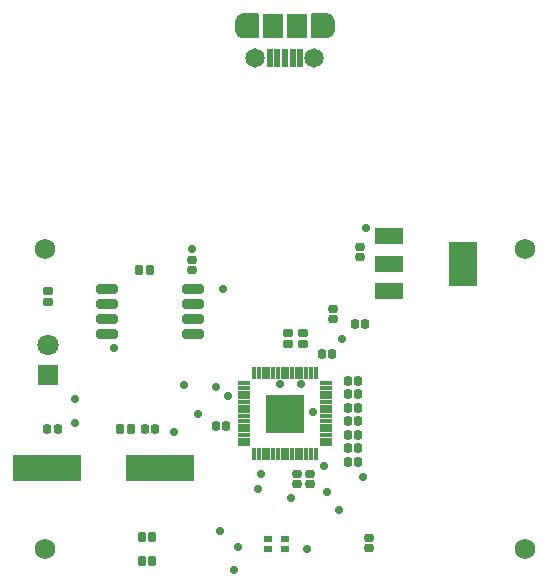
<source format=gts>
G04*
G04 #@! TF.GenerationSoftware,Altium Limited,Altium Designer,21.6.4 (81)*
G04*
G04 Layer_Color=8388736*
%FSLAX25Y25*%
%MOIN*%
G70*
G04*
G04 #@! TF.SameCoordinates,D5D1E9D7-E8D5-44D5-B98E-A1C15D945772*
G04*
G04*
G04 #@! TF.FilePolarity,Negative*
G04*
G01*
G75*
%ADD31C,0.02769*%
G04:AMPARAMS|DCode=32|XSize=27.29mil|YSize=31.62mil|CornerRadius=5.93mil|HoleSize=0mil|Usage=FLASHONLY|Rotation=90.000|XOffset=0mil|YOffset=0mil|HoleType=Round|Shape=RoundedRectangle|*
%AMROUNDEDRECTD32*
21,1,0.02729,0.01976,0,0,90.0*
21,1,0.01543,0.03162,0,0,90.0*
1,1,0.01186,0.00988,0.00772*
1,1,0.01186,0.00988,-0.00772*
1,1,0.01186,-0.00988,-0.00772*
1,1,0.01186,-0.00988,0.00772*
%
%ADD32ROUNDEDRECTD32*%
G04:AMPARAMS|DCode=33|XSize=31.62mil|YSize=29.26mil|CornerRadius=9.63mil|HoleSize=0mil|Usage=FLASHONLY|Rotation=180.000|XOffset=0mil|YOffset=0mil|HoleType=Round|Shape=RoundedRectangle|*
%AMROUNDEDRECTD33*
21,1,0.03162,0.00999,0,0,180.0*
21,1,0.01235,0.02926,0,0,180.0*
1,1,0.01927,-0.00618,0.00500*
1,1,0.01927,0.00618,0.00500*
1,1,0.01927,0.00618,-0.00500*
1,1,0.01927,-0.00618,-0.00500*
%
%ADD33ROUNDEDRECTD33*%
%ADD34R,0.09461X0.14973*%
%ADD35R,0.09599X0.05599*%
G04:AMPARAMS|DCode=36|XSize=27.29mil|YSize=31.62mil|CornerRadius=5.93mil|HoleSize=0mil|Usage=FLASHONLY|Rotation=0.000|XOffset=0mil|YOffset=0mil|HoleType=Round|Shape=RoundedRectangle|*
%AMROUNDEDRECTD36*
21,1,0.02729,0.01976,0,0,0.0*
21,1,0.01543,0.03162,0,0,0.0*
1,1,0.01186,0.00772,-0.00988*
1,1,0.01186,-0.00772,-0.00988*
1,1,0.01186,-0.00772,0.00988*
1,1,0.01186,0.00772,0.00988*
%
%ADD36ROUNDEDRECTD36*%
G04:AMPARAMS|DCode=37|XSize=31.62mil|YSize=29.26mil|CornerRadius=9.63mil|HoleSize=0mil|Usage=FLASHONLY|Rotation=270.000|XOffset=0mil|YOffset=0mil|HoleType=Round|Shape=RoundedRectangle|*
%AMROUNDEDRECTD37*
21,1,0.03162,0.00999,0,0,270.0*
21,1,0.01235,0.02926,0,0,270.0*
1,1,0.01927,-0.00500,-0.00618*
1,1,0.01927,-0.00500,0.00618*
1,1,0.01927,0.00500,0.00618*
1,1,0.01927,0.00500,-0.00618*
%
%ADD37ROUNDEDRECTD37*%
%ADD38R,0.06706X0.08280*%
%ADD39R,0.02375X0.06115*%
%ADD40R,0.13005X0.13005*%
G04:AMPARAMS|DCode=41|XSize=41.07mil|YSize=15.87mil|CornerRadius=4.98mil|HoleSize=0mil|Usage=FLASHONLY|Rotation=0.000|XOffset=0mil|YOffset=0mil|HoleType=Round|Shape=RoundedRectangle|*
%AMROUNDEDRECTD41*
21,1,0.04107,0.00591,0,0,0.0*
21,1,0.03110,0.01587,0,0,0.0*
1,1,0.00997,0.01555,-0.00295*
1,1,0.00997,-0.01555,-0.00295*
1,1,0.00997,-0.01555,0.00295*
1,1,0.00997,0.01555,0.00295*
%
%ADD41ROUNDEDRECTD41*%
G04:AMPARAMS|DCode=42|XSize=15.87mil|YSize=41.07mil|CornerRadius=4.98mil|HoleSize=0mil|Usage=FLASHONLY|Rotation=0.000|XOffset=0mil|YOffset=0mil|HoleType=Round|Shape=RoundedRectangle|*
%AMROUNDEDRECTD42*
21,1,0.01587,0.03110,0,0,0.0*
21,1,0.00591,0.04107,0,0,0.0*
1,1,0.00997,0.00295,-0.01555*
1,1,0.00997,-0.00295,-0.01555*
1,1,0.00997,-0.00295,0.01555*
1,1,0.00997,0.00295,0.01555*
%
%ADD42ROUNDEDRECTD42*%
%ADD43R,0.22847X0.09068*%
%ADD44R,0.02769X0.01981*%
G04:AMPARAMS|DCode=45|XSize=71.39mil|YSize=30.84mil|CornerRadius=6.85mil|HoleSize=0mil|Usage=FLASHONLY|Rotation=0.000|XOffset=0mil|YOffset=0mil|HoleType=Round|Shape=RoundedRectangle|*
%AMROUNDEDRECTD45*
21,1,0.07139,0.01713,0,0,0.0*
21,1,0.05768,0.03084,0,0,0.0*
1,1,0.01371,0.02884,-0.00856*
1,1,0.01371,-0.02884,-0.00856*
1,1,0.01371,-0.02884,0.00856*
1,1,0.01371,0.02884,0.00856*
%
%ADD45ROUNDEDRECTD45*%
%ADD46C,0.06509*%
%ADD47R,0.07099X0.07099*%
%ADD48C,0.07099*%
%ADD49C,0.06800*%
%ADD50C,0.02800*%
G36*
X90997Y198452D02*
X91049Y198442D01*
X91098Y198425D01*
X91145Y198402D01*
X91189Y198373D01*
X91228Y198339D01*
X91263Y198299D01*
X91292Y198256D01*
X91315Y198208D01*
X91332Y198159D01*
X91342Y198107D01*
X91346Y198055D01*
Y190575D01*
X91342Y190523D01*
X91332Y190471D01*
X91315Y190421D01*
X91292Y190374D01*
X91263Y190331D01*
X91228Y190291D01*
X91189Y190257D01*
X91145Y190228D01*
X91098Y190204D01*
X91049Y190188D01*
X90997Y190177D01*
X90945Y190174D01*
X85827D01*
X85774Y190177D01*
X85723Y190188D01*
X85673Y190204D01*
X85626Y190228D01*
X85583Y190257D01*
X85543Y190291D01*
X85509Y190331D01*
X85480Y190374D01*
X85456Y190421D01*
X85440Y190471D01*
X85429Y190523D01*
X85426Y190575D01*
Y192142D01*
X83858D01*
X83806Y192146D01*
X83755Y192156D01*
X83705Y192173D01*
X83682Y192184D01*
X83658Y192196D01*
X83614Y192225D01*
X83575Y192260D01*
Y192260D01*
X83575D01*
X83540Y192299D01*
X83511Y192343D01*
X83499Y192367D01*
X83488Y192390D01*
X83471Y192439D01*
X83461Y192491D01*
X83457Y192543D01*
X83457Y196087D01*
D01*
Y196087D01*
X83461Y196139D01*
X83471Y196190D01*
X83488Y196240D01*
X83499Y196263D01*
X83511Y196287D01*
X83540Y196331D01*
X83575Y196370D01*
X83575D01*
Y196370D01*
X83614Y196405D01*
X83658Y196434D01*
X83682Y196446D01*
X83705Y196457D01*
X83754Y196474D01*
X83806Y196484D01*
X83858Y196487D01*
D01*
X83858D01*
X85426D01*
Y198055D01*
X85429Y198107D01*
X85440Y198159D01*
X85456Y198208D01*
X85480Y198256D01*
X85509Y198299D01*
X85543Y198339D01*
X85583Y198373D01*
X85626Y198402D01*
X85673Y198425D01*
X85723Y198442D01*
X85774Y198452D01*
X85827Y198456D01*
X90945D01*
X90997Y198452D01*
D02*
G37*
G36*
X114225D02*
X114277Y198442D01*
X114327Y198425D01*
X114374Y198402D01*
X114417Y198373D01*
X114457Y198339D01*
X114491Y198299D01*
X114520Y198256D01*
X114544Y198208D01*
X114560Y198159D01*
X114571Y198107D01*
X114574Y198055D01*
Y196488D01*
X116142D01*
X116194Y196484D01*
X116245Y196474D01*
X116295Y196457D01*
X116318Y196446D01*
X116342Y196434D01*
X116386Y196405D01*
X116425Y196370D01*
Y196370D01*
X116425D01*
X116460Y196331D01*
X116489Y196287D01*
X116500Y196263D01*
X116512Y196240D01*
X116529Y196191D01*
X116539Y196139D01*
X116542Y196087D01*
X116543Y192543D01*
D01*
Y192543D01*
X116539Y192491D01*
X116529Y192440D01*
X116512Y192390D01*
X116501Y192367D01*
X116489Y192343D01*
X116460Y192299D01*
X116425Y192260D01*
X116425D01*
Y192260D01*
X116386Y192225D01*
X116342Y192196D01*
X116318Y192184D01*
X116295Y192173D01*
X116245Y192156D01*
X116194Y192146D01*
X116142Y192142D01*
D01*
X116142D01*
X114574D01*
Y190575D01*
X114571Y190523D01*
X114560Y190471D01*
X114544Y190421D01*
X114520Y190374D01*
X114491Y190331D01*
X114457Y190291D01*
X114417Y190257D01*
X114374Y190228D01*
X114327Y190204D01*
X114277Y190188D01*
X114225Y190177D01*
X114173Y190174D01*
X109055D01*
X109003Y190177D01*
X108951Y190188D01*
X108902Y190204D01*
X108855Y190228D01*
X108811Y190257D01*
X108772Y190291D01*
X108737Y190331D01*
X108708Y190374D01*
X108685Y190421D01*
X108668Y190471D01*
X108658Y190523D01*
X108654Y190575D01*
Y198055D01*
X108658Y198107D01*
X108668Y198159D01*
X108685Y198208D01*
X108708Y198256D01*
X108737Y198299D01*
X108772Y198339D01*
X108811Y198373D01*
X108855Y198402D01*
X108902Y198425D01*
X108951Y198442D01*
X109003Y198452D01*
X109055Y198456D01*
X114173D01*
X114225Y198452D01*
D02*
G37*
D31*
X86811Y192543D02*
G03*
X86811Y192543I-984J0D01*
G01*
Y196087D02*
G03*
X86811Y196087I-984J0D01*
G01*
X115157Y192543D02*
G03*
X115157Y192543I-984J0D01*
G01*
Y196087D02*
G03*
X115157Y196087I-984J0D01*
G01*
D32*
X101000Y91791D02*
D03*
X106000D02*
D03*
X101000Y88209D02*
D03*
X106000D02*
D03*
X21000Y105791D02*
D03*
Y102209D02*
D03*
D33*
X125000Y117307D02*
D03*
Y120693D02*
D03*
X128000Y23693D02*
D03*
Y20307D02*
D03*
X116000Y96614D02*
D03*
Y100000D02*
D03*
X108500Y41614D02*
D03*
Y45000D02*
D03*
X104000Y41614D02*
D03*
Y45000D02*
D03*
X69000Y116386D02*
D03*
Y113000D02*
D03*
D34*
X159201Y115000D02*
D03*
D35*
X134799Y105902D02*
D03*
Y115000D02*
D03*
Y124098D02*
D03*
D36*
X52209Y24000D02*
D03*
X55791D02*
D03*
X52209Y16000D02*
D03*
X55791D02*
D03*
X48583Y60000D02*
D03*
X45000D02*
D03*
X51417Y113000D02*
D03*
X55000D02*
D03*
D37*
X123307Y95000D02*
D03*
X126693D02*
D03*
X115693Y85000D02*
D03*
X112307D02*
D03*
X124500Y67000D02*
D03*
X121114D02*
D03*
X124500Y71500D02*
D03*
X121114D02*
D03*
X124386Y76000D02*
D03*
X121000D02*
D03*
X124500Y62500D02*
D03*
X121114D02*
D03*
X124500Y53500D02*
D03*
X121114D02*
D03*
X124500Y58000D02*
D03*
X121114D02*
D03*
X124500Y49000D02*
D03*
X121114D02*
D03*
X24193Y60000D02*
D03*
X20807D02*
D03*
X77000Y61000D02*
D03*
X80386D02*
D03*
X56693Y60000D02*
D03*
X53307D02*
D03*
D38*
X96063Y194315D02*
D03*
X103937D02*
D03*
D39*
X94882Y183685D02*
D03*
X97441D02*
D03*
X100000D02*
D03*
X102559D02*
D03*
X105118D02*
D03*
D40*
X100000Y65000D02*
D03*
D41*
X113524Y75236D02*
D03*
Y73661D02*
D03*
Y72087D02*
D03*
Y70512D02*
D03*
Y68937D02*
D03*
Y67362D02*
D03*
Y65787D02*
D03*
Y64213D02*
D03*
Y62638D02*
D03*
Y61063D02*
D03*
Y59488D02*
D03*
Y57913D02*
D03*
Y56339D02*
D03*
Y54764D02*
D03*
X86476D02*
D03*
Y56339D02*
D03*
Y57913D02*
D03*
Y59488D02*
D03*
Y61063D02*
D03*
Y62638D02*
D03*
Y64213D02*
D03*
Y65787D02*
D03*
Y67362D02*
D03*
Y68937D02*
D03*
Y70512D02*
D03*
Y72087D02*
D03*
Y73661D02*
D03*
Y75236D02*
D03*
D42*
X89764Y78524D02*
D03*
X91339D02*
D03*
X92913D02*
D03*
X94488D02*
D03*
X96063D02*
D03*
X97638D02*
D03*
X99213D02*
D03*
X100787D02*
D03*
X102362D02*
D03*
X103937D02*
D03*
X105512D02*
D03*
X107087D02*
D03*
X108661D02*
D03*
X110236D02*
D03*
Y51476D02*
D03*
X108661D02*
D03*
X107087D02*
D03*
X105512D02*
D03*
X103937D02*
D03*
X102362D02*
D03*
X100787D02*
D03*
X99213D02*
D03*
X97638D02*
D03*
X96063D02*
D03*
X94488D02*
D03*
X92913D02*
D03*
X91339D02*
D03*
X89764D02*
D03*
D43*
X20799Y47000D02*
D03*
X58201D02*
D03*
D44*
X100000Y23150D02*
D03*
Y20000D02*
D03*
X94488D02*
D03*
Y23150D02*
D03*
D45*
X40807Y106500D02*
D03*
Y101500D02*
D03*
Y96500D02*
D03*
Y91500D02*
D03*
X69193D02*
D03*
Y96500D02*
D03*
Y101500D02*
D03*
Y106500D02*
D03*
D46*
X109843Y183685D02*
D03*
X90158D02*
D03*
D47*
X21000Y78000D02*
D03*
D48*
Y88000D02*
D03*
D49*
X20000Y20000D02*
D03*
X180000D02*
D03*
Y120000D02*
D03*
X20000D02*
D03*
D50*
X127000Y127000D02*
D03*
X113000Y47500D02*
D03*
X109500Y65500D02*
D03*
X107390Y20000D02*
D03*
X83000Y13000D02*
D03*
X84500Y20500D02*
D03*
X78500Y26000D02*
D03*
X126000Y44000D02*
D03*
X66213Y74713D02*
D03*
X79500Y106500D02*
D03*
X92000Y45000D02*
D03*
X71000Y65000D02*
D03*
X63000Y59000D02*
D03*
X118000Y33000D02*
D03*
X114000Y39000D02*
D03*
X119000Y90000D02*
D03*
X69000Y120000D02*
D03*
X43000Y87000D02*
D03*
X30000Y70000D02*
D03*
Y62000D02*
D03*
X98500Y75000D02*
D03*
X105500D02*
D03*
X91000Y40000D02*
D03*
X102000Y37000D02*
D03*
X77000Y74000D02*
D03*
X81000Y71000D02*
D03*
M02*

</source>
